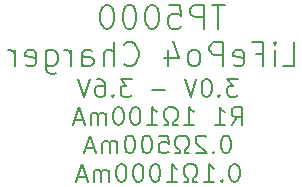
<source format=gbr>
%TF.GenerationSoftware,KiCad,Pcbnew,5.1.12-84ad8e8a86~92~ubuntu20.04.1*%
%TF.CreationDate,2023-02-19T01:27:16+01:00*%
%TF.ProjectId,tp5000_lifepo4_charger,74703530-3030-45f6-9c69-6665706f345f,rev?*%
%TF.SameCoordinates,Original*%
%TF.FileFunction,Legend,Bot*%
%TF.FilePolarity,Positive*%
%FSLAX46Y46*%
G04 Gerber Fmt 4.6, Leading zero omitted, Abs format (unit mm)*
G04 Created by KiCad (PCBNEW 5.1.12-84ad8e8a86~92~ubuntu20.04.1) date 2023-02-19 01:27:16*
%MOMM*%
%LPD*%
G01*
G04 APERTURE LIST*
%ADD10C,0.150000*%
G04 APERTURE END LIST*
D10*
X110392857Y-114329761D02*
X109250000Y-114329761D01*
X109821428Y-116329761D02*
X109821428Y-114329761D01*
X108583333Y-116329761D02*
X108583333Y-114329761D01*
X107821428Y-114329761D01*
X107630952Y-114425000D01*
X107535714Y-114520238D01*
X107440476Y-114710714D01*
X107440476Y-114996428D01*
X107535714Y-115186904D01*
X107630952Y-115282142D01*
X107821428Y-115377380D01*
X108583333Y-115377380D01*
X105630952Y-114329761D02*
X106583333Y-114329761D01*
X106678571Y-115282142D01*
X106583333Y-115186904D01*
X106392857Y-115091666D01*
X105916666Y-115091666D01*
X105726190Y-115186904D01*
X105630952Y-115282142D01*
X105535714Y-115472619D01*
X105535714Y-115948809D01*
X105630952Y-116139285D01*
X105726190Y-116234523D01*
X105916666Y-116329761D01*
X106392857Y-116329761D01*
X106583333Y-116234523D01*
X106678571Y-116139285D01*
X104297619Y-114329761D02*
X104107142Y-114329761D01*
X103916666Y-114425000D01*
X103821428Y-114520238D01*
X103726190Y-114710714D01*
X103630952Y-115091666D01*
X103630952Y-115567857D01*
X103726190Y-115948809D01*
X103821428Y-116139285D01*
X103916666Y-116234523D01*
X104107142Y-116329761D01*
X104297619Y-116329761D01*
X104488095Y-116234523D01*
X104583333Y-116139285D01*
X104678571Y-115948809D01*
X104773809Y-115567857D01*
X104773809Y-115091666D01*
X104678571Y-114710714D01*
X104583333Y-114520238D01*
X104488095Y-114425000D01*
X104297619Y-114329761D01*
X102392857Y-114329761D02*
X102202380Y-114329761D01*
X102011904Y-114425000D01*
X101916666Y-114520238D01*
X101821428Y-114710714D01*
X101726190Y-115091666D01*
X101726190Y-115567857D01*
X101821428Y-115948809D01*
X101916666Y-116139285D01*
X102011904Y-116234523D01*
X102202380Y-116329761D01*
X102392857Y-116329761D01*
X102583333Y-116234523D01*
X102678571Y-116139285D01*
X102773809Y-115948809D01*
X102869047Y-115567857D01*
X102869047Y-115091666D01*
X102773809Y-114710714D01*
X102678571Y-114520238D01*
X102583333Y-114425000D01*
X102392857Y-114329761D01*
X100488095Y-114329761D02*
X100297619Y-114329761D01*
X100107142Y-114425000D01*
X100011904Y-114520238D01*
X99916666Y-114710714D01*
X99821428Y-115091666D01*
X99821428Y-115567857D01*
X99916666Y-115948809D01*
X100011904Y-116139285D01*
X100107142Y-116234523D01*
X100297619Y-116329761D01*
X100488095Y-116329761D01*
X100678571Y-116234523D01*
X100773809Y-116139285D01*
X100869047Y-115948809D01*
X100964285Y-115567857D01*
X100964285Y-115091666D01*
X100869047Y-114710714D01*
X100773809Y-114520238D01*
X100678571Y-114425000D01*
X100488095Y-114329761D01*
X115250000Y-119479761D02*
X116202380Y-119479761D01*
X116202380Y-117479761D01*
X114583333Y-119479761D02*
X114583333Y-118146428D01*
X114583333Y-117479761D02*
X114678571Y-117575000D01*
X114583333Y-117670238D01*
X114488095Y-117575000D01*
X114583333Y-117479761D01*
X114583333Y-117670238D01*
X112964285Y-118432142D02*
X113630952Y-118432142D01*
X113630952Y-119479761D02*
X113630952Y-117479761D01*
X112678571Y-117479761D01*
X111154761Y-119384523D02*
X111345238Y-119479761D01*
X111726190Y-119479761D01*
X111916666Y-119384523D01*
X112011904Y-119194047D01*
X112011904Y-118432142D01*
X111916666Y-118241666D01*
X111726190Y-118146428D01*
X111345238Y-118146428D01*
X111154761Y-118241666D01*
X111059523Y-118432142D01*
X111059523Y-118622619D01*
X112011904Y-118813095D01*
X110202380Y-119479761D02*
X110202380Y-117479761D01*
X109440476Y-117479761D01*
X109250000Y-117575000D01*
X109154761Y-117670238D01*
X109059523Y-117860714D01*
X109059523Y-118146428D01*
X109154761Y-118336904D01*
X109250000Y-118432142D01*
X109440476Y-118527380D01*
X110202380Y-118527380D01*
X107916666Y-119479761D02*
X108107142Y-119384523D01*
X108202380Y-119289285D01*
X108297619Y-119098809D01*
X108297619Y-118527380D01*
X108202380Y-118336904D01*
X108107142Y-118241666D01*
X107916666Y-118146428D01*
X107630952Y-118146428D01*
X107440476Y-118241666D01*
X107345238Y-118336904D01*
X107250000Y-118527380D01*
X107250000Y-119098809D01*
X107345238Y-119289285D01*
X107440476Y-119384523D01*
X107630952Y-119479761D01*
X107916666Y-119479761D01*
X105535714Y-118146428D02*
X105535714Y-119479761D01*
X106011904Y-117384523D02*
X106488095Y-118813095D01*
X105250000Y-118813095D01*
X101821428Y-119289285D02*
X101916666Y-119384523D01*
X102202380Y-119479761D01*
X102392857Y-119479761D01*
X102678571Y-119384523D01*
X102869047Y-119194047D01*
X102964285Y-119003571D01*
X103059523Y-118622619D01*
X103059523Y-118336904D01*
X102964285Y-117955952D01*
X102869047Y-117765476D01*
X102678571Y-117575000D01*
X102392857Y-117479761D01*
X102202380Y-117479761D01*
X101916666Y-117575000D01*
X101821428Y-117670238D01*
X100964285Y-119479761D02*
X100964285Y-117479761D01*
X100107142Y-119479761D02*
X100107142Y-118432142D01*
X100202380Y-118241666D01*
X100392857Y-118146428D01*
X100678571Y-118146428D01*
X100869047Y-118241666D01*
X100964285Y-118336904D01*
X98297619Y-119479761D02*
X98297619Y-118432142D01*
X98392857Y-118241666D01*
X98583333Y-118146428D01*
X98964285Y-118146428D01*
X99154761Y-118241666D01*
X98297619Y-119384523D02*
X98488095Y-119479761D01*
X98964285Y-119479761D01*
X99154761Y-119384523D01*
X99250000Y-119194047D01*
X99250000Y-119003571D01*
X99154761Y-118813095D01*
X98964285Y-118717857D01*
X98488095Y-118717857D01*
X98297619Y-118622619D01*
X97345238Y-119479761D02*
X97345238Y-118146428D01*
X97345238Y-118527380D02*
X97250000Y-118336904D01*
X97154761Y-118241666D01*
X96964285Y-118146428D01*
X96773809Y-118146428D01*
X95250000Y-118146428D02*
X95250000Y-119765476D01*
X95345238Y-119955952D01*
X95440476Y-120051190D01*
X95630952Y-120146428D01*
X95916666Y-120146428D01*
X96107142Y-120051190D01*
X95250000Y-119384523D02*
X95440476Y-119479761D01*
X95821428Y-119479761D01*
X96011904Y-119384523D01*
X96107142Y-119289285D01*
X96202380Y-119098809D01*
X96202380Y-118527380D01*
X96107142Y-118336904D01*
X96011904Y-118241666D01*
X95821428Y-118146428D01*
X95440476Y-118146428D01*
X95250000Y-118241666D01*
X93535714Y-119384523D02*
X93726190Y-119479761D01*
X94107142Y-119479761D01*
X94297619Y-119384523D01*
X94392857Y-119194047D01*
X94392857Y-118432142D01*
X94297619Y-118241666D01*
X94107142Y-118146428D01*
X93726190Y-118146428D01*
X93535714Y-118241666D01*
X93440476Y-118432142D01*
X93440476Y-118622619D01*
X94392857Y-118813095D01*
X92583333Y-119479761D02*
X92583333Y-118146428D01*
X92583333Y-118527380D02*
X92488095Y-118336904D01*
X92392857Y-118241666D01*
X92202380Y-118146428D01*
X92011904Y-118146428D01*
X111464285Y-120578571D02*
X110535714Y-120578571D01*
X111035714Y-121150000D01*
X110821428Y-121150000D01*
X110678571Y-121221428D01*
X110607142Y-121292857D01*
X110535714Y-121435714D01*
X110535714Y-121792857D01*
X110607142Y-121935714D01*
X110678571Y-122007142D01*
X110821428Y-122078571D01*
X111250000Y-122078571D01*
X111392857Y-122007142D01*
X111464285Y-121935714D01*
X109892857Y-121935714D02*
X109821428Y-122007142D01*
X109892857Y-122078571D01*
X109964285Y-122007142D01*
X109892857Y-121935714D01*
X109892857Y-122078571D01*
X108892857Y-120578571D02*
X108750000Y-120578571D01*
X108607142Y-120650000D01*
X108535714Y-120721428D01*
X108464285Y-120864285D01*
X108392857Y-121150000D01*
X108392857Y-121507142D01*
X108464285Y-121792857D01*
X108535714Y-121935714D01*
X108607142Y-122007142D01*
X108750000Y-122078571D01*
X108892857Y-122078571D01*
X109035714Y-122007142D01*
X109107142Y-121935714D01*
X109178571Y-121792857D01*
X109250000Y-121507142D01*
X109250000Y-121150000D01*
X109178571Y-120864285D01*
X109107142Y-120721428D01*
X109035714Y-120650000D01*
X108892857Y-120578571D01*
X107964285Y-120578571D02*
X107464285Y-122078571D01*
X106964285Y-120578571D01*
X105321428Y-121507142D02*
X104178571Y-121507142D01*
X102464285Y-120578571D02*
X101535714Y-120578571D01*
X102035714Y-121150000D01*
X101821428Y-121150000D01*
X101678571Y-121221428D01*
X101607142Y-121292857D01*
X101535714Y-121435714D01*
X101535714Y-121792857D01*
X101607142Y-121935714D01*
X101678571Y-122007142D01*
X101821428Y-122078571D01*
X102250000Y-122078571D01*
X102392857Y-122007142D01*
X102464285Y-121935714D01*
X100892857Y-121935714D02*
X100821428Y-122007142D01*
X100892857Y-122078571D01*
X100964285Y-122007142D01*
X100892857Y-121935714D01*
X100892857Y-122078571D01*
X99535714Y-120578571D02*
X99821428Y-120578571D01*
X99964285Y-120650000D01*
X100035714Y-120721428D01*
X100178571Y-120935714D01*
X100250000Y-121221428D01*
X100250000Y-121792857D01*
X100178571Y-121935714D01*
X100107142Y-122007142D01*
X99964285Y-122078571D01*
X99678571Y-122078571D01*
X99535714Y-122007142D01*
X99464285Y-121935714D01*
X99392857Y-121792857D01*
X99392857Y-121435714D01*
X99464285Y-121292857D01*
X99535714Y-121221428D01*
X99678571Y-121150000D01*
X99964285Y-121150000D01*
X100107142Y-121221428D01*
X100178571Y-121292857D01*
X100250000Y-121435714D01*
X98964285Y-120578571D02*
X98464285Y-122078571D01*
X97964285Y-120578571D01*
X110928571Y-124478571D02*
X111428571Y-123764285D01*
X111785714Y-124478571D02*
X111785714Y-122978571D01*
X111214285Y-122978571D01*
X111071428Y-123050000D01*
X111000000Y-123121428D01*
X110928571Y-123264285D01*
X110928571Y-123478571D01*
X111000000Y-123621428D01*
X111071428Y-123692857D01*
X111214285Y-123764285D01*
X111785714Y-123764285D01*
X109500000Y-124478571D02*
X110357142Y-124478571D01*
X109928571Y-124478571D02*
X109928571Y-122978571D01*
X110071428Y-123192857D01*
X110214285Y-123335714D01*
X110357142Y-123407142D01*
X106928571Y-124478571D02*
X107785714Y-124478571D01*
X107357142Y-124478571D02*
X107357142Y-122978571D01*
X107500000Y-123192857D01*
X107642857Y-123335714D01*
X107785714Y-123407142D01*
X106357142Y-124478571D02*
X106000000Y-124478571D01*
X106000000Y-124192857D01*
X106142857Y-124121428D01*
X106285714Y-123978571D01*
X106357142Y-123764285D01*
X106357142Y-123407142D01*
X106285714Y-123192857D01*
X106142857Y-123050000D01*
X105928571Y-122978571D01*
X105642857Y-122978571D01*
X105428571Y-123050000D01*
X105285714Y-123192857D01*
X105214285Y-123407142D01*
X105214285Y-123764285D01*
X105285714Y-123978571D01*
X105428571Y-124121428D01*
X105571428Y-124192857D01*
X105571428Y-124478571D01*
X105214285Y-124478571D01*
X103785714Y-124478571D02*
X104642857Y-124478571D01*
X104214285Y-124478571D02*
X104214285Y-122978571D01*
X104357142Y-123192857D01*
X104500000Y-123335714D01*
X104642857Y-123407142D01*
X102857142Y-122978571D02*
X102714285Y-122978571D01*
X102571428Y-123050000D01*
X102500000Y-123121428D01*
X102428571Y-123264285D01*
X102357142Y-123550000D01*
X102357142Y-123907142D01*
X102428571Y-124192857D01*
X102500000Y-124335714D01*
X102571428Y-124407142D01*
X102714285Y-124478571D01*
X102857142Y-124478571D01*
X103000000Y-124407142D01*
X103071428Y-124335714D01*
X103142857Y-124192857D01*
X103214285Y-123907142D01*
X103214285Y-123550000D01*
X103142857Y-123264285D01*
X103071428Y-123121428D01*
X103000000Y-123050000D01*
X102857142Y-122978571D01*
X101428571Y-122978571D02*
X101285714Y-122978571D01*
X101142857Y-123050000D01*
X101071428Y-123121428D01*
X101000000Y-123264285D01*
X100928571Y-123550000D01*
X100928571Y-123907142D01*
X101000000Y-124192857D01*
X101071428Y-124335714D01*
X101142857Y-124407142D01*
X101285714Y-124478571D01*
X101428571Y-124478571D01*
X101571428Y-124407142D01*
X101642857Y-124335714D01*
X101714285Y-124192857D01*
X101785714Y-123907142D01*
X101785714Y-123550000D01*
X101714285Y-123264285D01*
X101642857Y-123121428D01*
X101571428Y-123050000D01*
X101428571Y-122978571D01*
X100285714Y-124478571D02*
X100285714Y-123478571D01*
X100285714Y-123621428D02*
X100214285Y-123550000D01*
X100071428Y-123478571D01*
X99857142Y-123478571D01*
X99714285Y-123550000D01*
X99642857Y-123692857D01*
X99642857Y-124478571D01*
X99642857Y-123692857D02*
X99571428Y-123550000D01*
X99428571Y-123478571D01*
X99214285Y-123478571D01*
X99071428Y-123550000D01*
X99000000Y-123692857D01*
X99000000Y-124478571D01*
X98357142Y-124050000D02*
X97642857Y-124050000D01*
X98500000Y-124478571D02*
X98000000Y-122978571D01*
X97500000Y-124478571D01*
X110535714Y-125378571D02*
X110392857Y-125378571D01*
X110250000Y-125450000D01*
X110178571Y-125521428D01*
X110107142Y-125664285D01*
X110035714Y-125950000D01*
X110035714Y-126307142D01*
X110107142Y-126592857D01*
X110178571Y-126735714D01*
X110250000Y-126807142D01*
X110392857Y-126878571D01*
X110535714Y-126878571D01*
X110678571Y-126807142D01*
X110750000Y-126735714D01*
X110821428Y-126592857D01*
X110892857Y-126307142D01*
X110892857Y-125950000D01*
X110821428Y-125664285D01*
X110750000Y-125521428D01*
X110678571Y-125450000D01*
X110535714Y-125378571D01*
X109392857Y-126735714D02*
X109321428Y-126807142D01*
X109392857Y-126878571D01*
X109464285Y-126807142D01*
X109392857Y-126735714D01*
X109392857Y-126878571D01*
X108750000Y-125521428D02*
X108678571Y-125450000D01*
X108535714Y-125378571D01*
X108178571Y-125378571D01*
X108035714Y-125450000D01*
X107964285Y-125521428D01*
X107892857Y-125664285D01*
X107892857Y-125807142D01*
X107964285Y-126021428D01*
X108821428Y-126878571D01*
X107892857Y-126878571D01*
X107321428Y-126878571D02*
X106964285Y-126878571D01*
X106964285Y-126592857D01*
X107107142Y-126521428D01*
X107250000Y-126378571D01*
X107321428Y-126164285D01*
X107321428Y-125807142D01*
X107250000Y-125592857D01*
X107107142Y-125450000D01*
X106892857Y-125378571D01*
X106607142Y-125378571D01*
X106392857Y-125450000D01*
X106250000Y-125592857D01*
X106178571Y-125807142D01*
X106178571Y-126164285D01*
X106250000Y-126378571D01*
X106392857Y-126521428D01*
X106535714Y-126592857D01*
X106535714Y-126878571D01*
X106178571Y-126878571D01*
X104821428Y-125378571D02*
X105535714Y-125378571D01*
X105607142Y-126092857D01*
X105535714Y-126021428D01*
X105392857Y-125950000D01*
X105035714Y-125950000D01*
X104892857Y-126021428D01*
X104821428Y-126092857D01*
X104750000Y-126235714D01*
X104750000Y-126592857D01*
X104821428Y-126735714D01*
X104892857Y-126807142D01*
X105035714Y-126878571D01*
X105392857Y-126878571D01*
X105535714Y-126807142D01*
X105607142Y-126735714D01*
X103821428Y-125378571D02*
X103678571Y-125378571D01*
X103535714Y-125450000D01*
X103464285Y-125521428D01*
X103392857Y-125664285D01*
X103321428Y-125950000D01*
X103321428Y-126307142D01*
X103392857Y-126592857D01*
X103464285Y-126735714D01*
X103535714Y-126807142D01*
X103678571Y-126878571D01*
X103821428Y-126878571D01*
X103964285Y-126807142D01*
X104035714Y-126735714D01*
X104107142Y-126592857D01*
X104178571Y-126307142D01*
X104178571Y-125950000D01*
X104107142Y-125664285D01*
X104035714Y-125521428D01*
X103964285Y-125450000D01*
X103821428Y-125378571D01*
X102392857Y-125378571D02*
X102250000Y-125378571D01*
X102107142Y-125450000D01*
X102035714Y-125521428D01*
X101964285Y-125664285D01*
X101892857Y-125950000D01*
X101892857Y-126307142D01*
X101964285Y-126592857D01*
X102035714Y-126735714D01*
X102107142Y-126807142D01*
X102250000Y-126878571D01*
X102392857Y-126878571D01*
X102535714Y-126807142D01*
X102607142Y-126735714D01*
X102678571Y-126592857D01*
X102750000Y-126307142D01*
X102750000Y-125950000D01*
X102678571Y-125664285D01*
X102607142Y-125521428D01*
X102535714Y-125450000D01*
X102392857Y-125378571D01*
X101250000Y-126878571D02*
X101250000Y-125878571D01*
X101250000Y-126021428D02*
X101178571Y-125950000D01*
X101035714Y-125878571D01*
X100821428Y-125878571D01*
X100678571Y-125950000D01*
X100607142Y-126092857D01*
X100607142Y-126878571D01*
X100607142Y-126092857D02*
X100535714Y-125950000D01*
X100392857Y-125878571D01*
X100178571Y-125878571D01*
X100035714Y-125950000D01*
X99964285Y-126092857D01*
X99964285Y-126878571D01*
X99321428Y-126450000D02*
X98607142Y-126450000D01*
X99464285Y-126878571D02*
X98964285Y-125378571D01*
X98464285Y-126878571D01*
X111250000Y-127778571D02*
X111107142Y-127778571D01*
X110964285Y-127850000D01*
X110892857Y-127921428D01*
X110821428Y-128064285D01*
X110750000Y-128350000D01*
X110750000Y-128707142D01*
X110821428Y-128992857D01*
X110892857Y-129135714D01*
X110964285Y-129207142D01*
X111107142Y-129278571D01*
X111250000Y-129278571D01*
X111392857Y-129207142D01*
X111464285Y-129135714D01*
X111535714Y-128992857D01*
X111607142Y-128707142D01*
X111607142Y-128350000D01*
X111535714Y-128064285D01*
X111464285Y-127921428D01*
X111392857Y-127850000D01*
X111250000Y-127778571D01*
X110107142Y-129135714D02*
X110035714Y-129207142D01*
X110107142Y-129278571D01*
X110178571Y-129207142D01*
X110107142Y-129135714D01*
X110107142Y-129278571D01*
X108607142Y-129278571D02*
X109464285Y-129278571D01*
X109035714Y-129278571D02*
X109035714Y-127778571D01*
X109178571Y-127992857D01*
X109321428Y-128135714D01*
X109464285Y-128207142D01*
X108035714Y-129278571D02*
X107678571Y-129278571D01*
X107678571Y-128992857D01*
X107821428Y-128921428D01*
X107964285Y-128778571D01*
X108035714Y-128564285D01*
X108035714Y-128207142D01*
X107964285Y-127992857D01*
X107821428Y-127850000D01*
X107607142Y-127778571D01*
X107321428Y-127778571D01*
X107107142Y-127850000D01*
X106964285Y-127992857D01*
X106892857Y-128207142D01*
X106892857Y-128564285D01*
X106964285Y-128778571D01*
X107107142Y-128921428D01*
X107250000Y-128992857D01*
X107250000Y-129278571D01*
X106892857Y-129278571D01*
X105464285Y-129278571D02*
X106321428Y-129278571D01*
X105892857Y-129278571D02*
X105892857Y-127778571D01*
X106035714Y-127992857D01*
X106178571Y-128135714D01*
X106321428Y-128207142D01*
X104535714Y-127778571D02*
X104392857Y-127778571D01*
X104250000Y-127850000D01*
X104178571Y-127921428D01*
X104107142Y-128064285D01*
X104035714Y-128350000D01*
X104035714Y-128707142D01*
X104107142Y-128992857D01*
X104178571Y-129135714D01*
X104250000Y-129207142D01*
X104392857Y-129278571D01*
X104535714Y-129278571D01*
X104678571Y-129207142D01*
X104750000Y-129135714D01*
X104821428Y-128992857D01*
X104892857Y-128707142D01*
X104892857Y-128350000D01*
X104821428Y-128064285D01*
X104750000Y-127921428D01*
X104678571Y-127850000D01*
X104535714Y-127778571D01*
X103107142Y-127778571D02*
X102964285Y-127778571D01*
X102821428Y-127850000D01*
X102750000Y-127921428D01*
X102678571Y-128064285D01*
X102607142Y-128350000D01*
X102607142Y-128707142D01*
X102678571Y-128992857D01*
X102750000Y-129135714D01*
X102821428Y-129207142D01*
X102964285Y-129278571D01*
X103107142Y-129278571D01*
X103250000Y-129207142D01*
X103321428Y-129135714D01*
X103392857Y-128992857D01*
X103464285Y-128707142D01*
X103464285Y-128350000D01*
X103392857Y-128064285D01*
X103321428Y-127921428D01*
X103250000Y-127850000D01*
X103107142Y-127778571D01*
X101678571Y-127778571D02*
X101535714Y-127778571D01*
X101392857Y-127850000D01*
X101321428Y-127921428D01*
X101250000Y-128064285D01*
X101178571Y-128350000D01*
X101178571Y-128707142D01*
X101250000Y-128992857D01*
X101321428Y-129135714D01*
X101392857Y-129207142D01*
X101535714Y-129278571D01*
X101678571Y-129278571D01*
X101821428Y-129207142D01*
X101892857Y-129135714D01*
X101964285Y-128992857D01*
X102035714Y-128707142D01*
X102035714Y-128350000D01*
X101964285Y-128064285D01*
X101892857Y-127921428D01*
X101821428Y-127850000D01*
X101678571Y-127778571D01*
X100535714Y-129278571D02*
X100535714Y-128278571D01*
X100535714Y-128421428D02*
X100464285Y-128350000D01*
X100321428Y-128278571D01*
X100107142Y-128278571D01*
X99964285Y-128350000D01*
X99892857Y-128492857D01*
X99892857Y-129278571D01*
X99892857Y-128492857D02*
X99821428Y-128350000D01*
X99678571Y-128278571D01*
X99464285Y-128278571D01*
X99321428Y-128350000D01*
X99250000Y-128492857D01*
X99250000Y-129278571D01*
X98607142Y-128850000D02*
X97892857Y-128850000D01*
X98750000Y-129278571D02*
X98250000Y-127778571D01*
X97750000Y-129278571D01*
M02*

</source>
